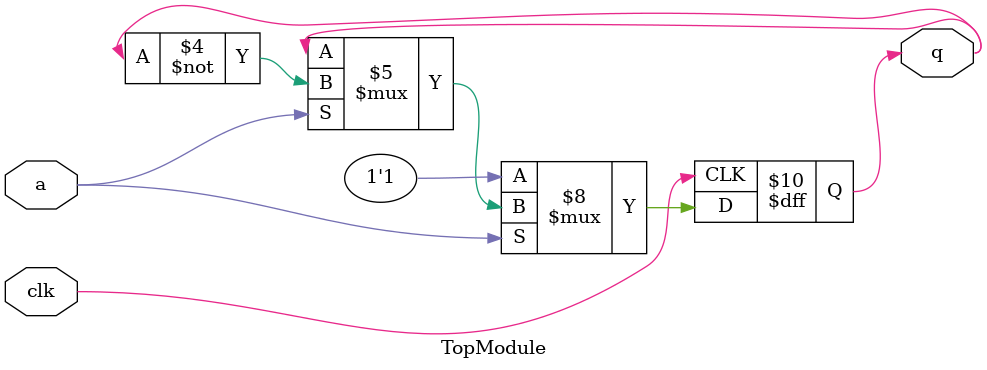
<source format=sv>

module TopModule (
  input clk,
  input a,
  output reg q
);
always @(posedge clk) begin
    if (a == 0) begin
        q <= 1;
    end else if (a == 1) begin
        q <= ~q; // Toggle q
    end
end

endmodule

</source>
